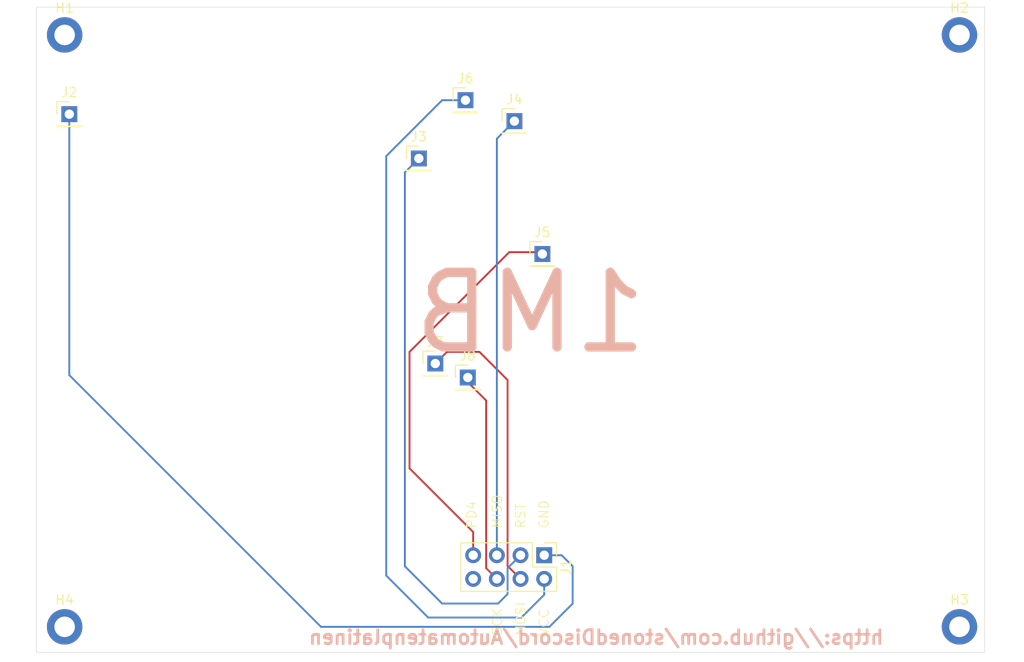
<source format=kicad_pcb>
(kicad_pcb (version 20240108) (generator "pcbnew") (generator_version "8.0")
  (layers (0 "F.Cu" signal) (31 "B.Cu" signal) (34 "B.Paste" user) (35 "F.Paste" user) (36 "B.SilkS" user "B.Silkscreen") (37 "F.SilkS" user "F.Silkscreen") (38 "B.Mask" user) (39 "F.Mask" user) (44 "Edge.Cuts" user))
  (net 0 "")
  (net 1 "Net-(J1-Pin_6)")
  (net 2 "Net-(J1-Pin_4)")
  (net 3 "Net-(J1-Pin_3)")
  (net 4 "/GND")
  (net 5 "Net-(J1-Pin_5)")
  (net 6 "Net-(J1-Pin_7)")
  (net 8 "Net-(J1-Pin_2)")
  (footprint "Connector_PinHeader_2.54mm:PinHeader_1x01_P2.54mm_Vertical" (layer "F.Cu") (at 142 72.75)
    (property "Reference" "J3" (at 0 -2.33 0) (layer "F.SilkS"))
    (property "Value" "Conn_01x01_Pin")
    (fp_line (start -1.33 -1.33) (end 0 -1.33) (stroke (width 0.12)) (layer "F.SilkS"))
    (fp_line (start -1.33 0) (end -1.33 -1.33) (stroke (width 0.12)) (layer "F.SilkS"))
    (fp_line (start -1.33 1.27) (end -1.33 1.33) (stroke (width 0.12)) (layer "F.SilkS"))
    (fp_line (start -1.33 1.27) (end 1.33 1.27) (stroke (width 0.12)) (layer "F.SilkS"))
    (fp_line (start -1.33 1.33) (end 1.33 1.33) (stroke (width 0.12)) (layer "F.SilkS"))
    (fp_line (start 1.33 1.27) (end 1.33 1.33) (stroke (width 0.12)) (layer "F.SilkS"))
    (pad "1" thru_hole rect (at 0 0) (size 1.7 1.7) (drill 1) (layers "*.Cu" "*.Mask") (net 3 "Net-(J1-Pin_3)"))
  )
  (footprint "Connector_PinHeader_2.54mm:PinHeader_1x01_P2.54mm_Vertical" (layer "F.Cu") (at 104.5 68)
    (property "Reference" "J2" (at 0 -2.33 0) (layer "F.SilkS"))
    (property "Value" "Conn_01x01_Pin")
    (fp_line (start -1.33 -1.33) (end 0 -1.33) (stroke (width 0.12)) (layer "F.SilkS"))
    (fp_line (start -1.33 0) (end -1.33 -1.33) (stroke (width 0.12)) (layer "F.SilkS"))
    (fp_line (start -1.33 1.27) (end -1.33 1.33) (stroke (width 0.12)) (layer "F.SilkS"))
    (fp_line (start -1.33 1.27) (end 1.33 1.27) (stroke (width 0.12)) (layer "F.SilkS"))
    (fp_line (start -1.33 1.33) (end 1.33 1.33) (stroke (width 0.12)) (layer "F.SilkS"))
    (fp_line (start 1.33 1.27) (end 1.33 1.33) (stroke (width 0.12)) (layer "F.SilkS"))
    (pad "1" thru_hole rect (at 0 0) (size 1.7 1.7) (drill 1) (layers "*.Cu" "*.Mask") (net 4 "/GND"))
  )
  (footprint "MountingHole:MountingHole_2.2mm_M2_DIN965_Pad" (layer "F.Cu") (at 104 123)
    (property "Reference" "H4" (at 0 -2.9 0) (layer "F.SilkS"))
    (property "Value" "MountingHole_Pad")
    (pad "1" thru_hole circle (at 0 0) (size 3.8 3.8) (drill 2.2) (layers "*.Cu" "*.Mask"))
  )
  (footprint "Connector_PinHeader_2.54mm:PinHeader_2x04_P2.54mm_Vertical" (layer "F.Cu") (at 155.448 115.316 -90)
    (property "Reference" "J1" (at 1.27 -2.33 90) (layer "F.SilkS"))
    (property "Value" "Conn_02x04_Odd_Even")
    (fp_line (start -1.33 8.95) (end 3.87 8.95) (stroke (width 0.12)) (layer "F.SilkS"))
    (fp_line (start -1.33 1.27) (end -1.33 8.95) (stroke (width 0.12)) (layer "F.SilkS"))
    (fp_line (start -1.33 1.27) (end 1.27 1.27) (stroke (width 0.12)) (layer "F.SilkS"))
    (fp_line (start 1.27 1.27) (end 1.27 -1.33) (stroke (width 0.12)) (layer "F.SilkS"))
    (fp_line (start -1.33 0) (end -1.33 -1.33) (stroke (width 0.12)) (layer "F.SilkS"))
    (fp_line (start -1.33 -1.33) (end 0 -1.33) (stroke (width 0.12)) (layer "F.SilkS"))
    (fp_line (start 1.27 -1.33) (end 3.87 -1.33) (stroke (width 0.12)) (layer "F.SilkS"))
    (fp_line (start 3.87 -1.33) (end 3.87 8.95) (stroke (width 0.12)) (layer "F.SilkS"))
    (pad "1" thru_hole rect (at 0 0 270) (size 1.7 1.7) (drill 1) (layers "*.Cu" "*.Mask") (net 4 "/GND"))
    (pad "2" thru_hole oval (at 2.54 0 270) (size 1.7 1.7) (drill 1) (layers "*.Cu" "*.Mask") (net 8 "Net-(J1-Pin_2)"))
    (pad "3" thru_hole oval (at 0 2.54 270) (size 1.7 1.7) (drill 1) (layers "*.Cu" "*.Mask") (net 3 "Net-(J1-Pin_3)"))
    (pad "4" thru_hole oval (at 2.54 2.54 270) (size 1.7 1.7) (drill 1) (layers "*.Cu" "*.Mask") (net 2 "Net-(J1-Pin_4)"))
    (pad "5" thru_hole oval (at 0 5.08 270) (size 1.7 1.7) (drill 1) (layers "*.Cu" "*.Mask") (net 5 "Net-(J1-Pin_5)"))
    (pad "6" thru_hole oval (at 2.54 5.08 270) (size 1.7 1.7) (drill 1) (layers "*.Cu" "*.Mask") (net 1 "Net-(J1-Pin_6)"))
    (pad "7" thru_hole oval (at 0 7.62 270) (size 1.7 1.7) (drill 1) (layers "*.Cu" "*.Mask") (net 6 "Net-(J1-Pin_7)"))
    (pad "8" thru_hole oval (at 2.54 7.62 270) (size 1.7 1.7) (drill 1) (layers "*.Cu" "*.Mask"))
  )
  (footprint "MountingHole:MountingHole_2.2mm_M2_DIN965_Pad" (layer "F.Cu") (at 200 123)
    (property "Reference" "H3" (at 0 -2.9 0) (layer "F.SilkS"))
    (property "Value" "MountingHole_Pad")
    (pad "1" thru_hole circle (at 0 0) (size 3.8 3.8) (drill 2.2) (layers "*.Cu" "*.Mask"))
  )
  (footprint "MountingHole:MountingHole_2.2mm_M2_DIN965_Pad" (layer "F.Cu") (at 200 59.5)
    (property "Reference" "H2" (at 0 -2.9 0) (layer "F.SilkS"))
    (property "Value" "MountingHole_Pad")
    (pad "1" thru_hole circle (at 0 0) (size 3.8 3.8) (drill 2.2) (layers "*.Cu" "*.Mask"))
  )
  (footprint "Connector_PinHeader_2.54mm:PinHeader_1x01_P2.54mm_Vertical" (layer "F.Cu") (at 152.25 68.75)
    (property "Reference" "J4" (at 0 -2.33 0) (layer "F.SilkS"))
    (property "Value" "Conn_01x01_Pin")
    (fp_line (start -1.33 -1.33) (end 0 -1.33) (stroke (width 0.12)) (layer "F.SilkS"))
    (fp_line (start -1.33 0) (end -1.33 -1.33) (stroke (width 0.12)) (layer "F.SilkS"))
    (fp_line (start -1.33 1.27) (end -1.33 1.33) (stroke (width 0.12)) (layer "F.SilkS"))
    (fp_line (start -1.33 1.27) (end 1.33 1.27) (stroke (width 0.12)) (layer "F.SilkS"))
    (fp_line (start -1.33 1.33) (end 1.33 1.33) (stroke (width 0.12)) (layer "F.SilkS"))
    (fp_line (start 1.33 1.27) (end 1.33 1.33) (stroke (width 0.12)) (layer "F.SilkS"))
    (pad "1" thru_hole rect (at 0 0) (size 1.7 1.7) (drill 1) (layers "*.Cu" "*.Mask") (net 5 "Net-(J1-Pin_5)"))
  )
  (footprint "Connector_PinHeader_2.54mm:PinHeader_1x01_P2.54mm_Vertical" (layer "F.Cu") (at 147 66.5)
    (property "Reference" "J6" (at 0 -2.33 0) (layer "F.SilkS"))
    (property "Value" "Conn_01x01_Pin")
    (fp_line (start -1.33 -1.33) (end 0 -1.33) (stroke (width 0.12)) (layer "F.SilkS"))
    (fp_line (start -1.33 0) (end -1.33 -1.33) (stroke (width 0.12)) (layer "F.SilkS"))
    (fp_line (start -1.33 1.27) (end -1.33 1.33) (stroke (width 0.12)) (layer "F.SilkS"))
    (fp_line (start -1.33 1.27) (end 1.33 1.27) (stroke (width 0.12)) (layer "F.SilkS"))
    (fp_line (start -1.33 1.33) (end 1.33 1.33) (stroke (width 0.12)) (layer "F.SilkS"))
    (fp_line (start 1.33 1.27) (end 1.33 1.33) (stroke (width 0.12)) (layer "F.SilkS"))
    (pad "1" thru_hole rect (at 0 0) (size 1.7 1.7) (drill 1) (layers "*.Cu" "*.Mask") (net 8 "Net-(J1-Pin_2)"))
  )
  (footprint "MountingHole:MountingHole_2.2mm_M2_DIN965_Pad" (layer "F.Cu") (at 104 59.5)
    (property "Reference" "H1" (at 0 -2.9 0) (layer "F.SilkS"))
    (property "Value" "MountingHole_Pad")
    (pad "1" thru_hole circle (at 0 0) (size 3.8 3.8) (drill 2.2) (layers "*.Cu" "*.Mask"))
  )
  (footprint "Connector_PinHeader_2.54mm:PinHeader_1x01_P2.54mm_Vertical" (layer "F.Cu") (at 155.25 83)
    (property "Reference" "J5" (at 0 -2.33 0) (layer "F.SilkS"))
    (property "Value" "Conn_01x01_Pin")
    (fp_line (start -1.33 -1.33) (end 0 -1.33) (stroke (width 0.12)) (layer "F.SilkS"))
    (fp_line (start -1.33 0) (end -1.33 -1.33) (stroke (width 0.12)) (layer "F.SilkS"))
    (fp_line (start -1.33 1.27) (end -1.33 1.33) (stroke (width 0.12)) (layer "F.SilkS"))
    (fp_line (start -1.33 1.27) (end 1.33 1.27) (stroke (width 0.12)) (layer "F.SilkS"))
    (fp_line (start -1.33 1.33) (end 1.33 1.33) (stroke (width 0.12)) (layer "F.SilkS"))
    (fp_line (start 1.33 1.27) (end 1.33 1.33) (stroke (width 0.12)) (layer "F.SilkS"))
    (pad "1" thru_hole rect (at 0 0) (size 1.7 1.7) (drill 1) (layers "*.Cu" "*.Mask") (net 6 "Net-(J1-Pin_7)"))
  )
  (footprint "Connector_PinHeader_2.54mm:PinHeader_1x01_P2.54mm_Vertical" (layer "F.Cu") (at 147.25 96.25)
    (property "Reference" "J8" (at 0 -2.33 0) (layer "F.SilkS"))
    (property "Value" "Conn_01x01_Pin")
    (fp_line (start -1.33 -1.33) (end 0 -1.33) (stroke (width 0.12)) (layer "F.SilkS"))
    (fp_line (start -1.33 0) (end -1.33 -1.33) (stroke (width 0.12)) (layer "F.SilkS"))
    (fp_line (start -1.33 1.27) (end -1.33 1.33) (stroke (width 0.12)) (layer "F.SilkS"))
    (fp_line (start -1.33 1.27) (end 1.33 1.27) (stroke (width 0.12)) (layer "F.SilkS"))
    (fp_line (start -1.33 1.33) (end 1.33 1.33) (stroke (width 0.12)) (layer "F.SilkS"))
    (fp_line (start 1.33 1.27) (end 1.33 1.33) (stroke (width 0.12)) (layer "F.SilkS"))
    (pad "1" thru_hole rect (at 0 0) (size 1.7 1.7) (drill 1) (layers "*.Cu" "*.Mask") (net 1 "Net-(J1-Pin_6)"))
  )
  (footprint "Connector_PinHeader_2.54mm:PinHeader_1x01_P2.54mm_Vertical" (layer "F.Cu") (at 143.764 94.75)
    (property "Reference" "J7" (at 0 -2.33 0) (layer "F.SilkS"))
    (property "Value" "Conn_01x01_Pin")
    (fp_line (start -1.33 -1.33) (end 0 -1.33) (stroke (width 0.12)) (layer "F.SilkS"))
    (fp_line (start -1.33 0) (end -1.33 -1.33) (stroke (width 0.12)) (layer "F.SilkS"))
    (fp_line (start -1.33 1.27) (end -1.33 1.33) (stroke (width 0.12)) (layer "F.SilkS"))
    (fp_line (start -1.33 1.27) (end 1.33 1.27) (stroke (width 0.12)) (layer "F.SilkS"))
    (fp_line (start -1.33 1.33) (end 1.33 1.33) (stroke (width 0.12)) (layer "F.SilkS"))
    (fp_line (start 1.33 1.27) (end 1.33 1.33) (stroke (width 0.12)) (layer "F.SilkS"))
    (pad "1" thru_hole rect (at 0 0) (size 1.7 1.7) (drill 1) (layers "*.Cu" "*.Mask") (net 2 "Net-(J1-Pin_4)"))
  )
  (gr_rect (start 100.965 56.515) (end 202.7 125.73) (stroke (width 0.05)) (fill none) (layer "Edge.Cuts"))
  (gr_text "1MB" (at 167 94 0) (layer "B.SilkS") (effects (font (size 8 8) (thickness 1)) (justify left bottom mirror)))
  (gr_text "https://github.com/stonedDiscord/Automatenplatinen" (at 192 125 0) (layer "B.SilkS") (effects (font (size 1.5 1.5) (thickness 0.3) (bold yes)) (justify left bottom mirror)))
  (gr_text "MISO" (at 151 112.5 90) (layer "F.SilkS") (effects (font (size 1 1) (thickness 0.1)) (justify left bottom)))
  (gr_text "SCK" (at 151 124 90) (layer "F.SilkS") (effects (font (size 1 1) (thickness 0.1)) (justify left bottom)))
  (gr_text "VCC" (at 156 124 90) (layer "F.SilkS") (effects (font (size 1 1) (thickness 0.1)) (justify left bottom)))
  (gr_text "PD4" (at 148.25 112.5 90) (layer "F.SilkS") (effects (font (size 1 1) (thickness 0.1)) (justify left bottom)))
  (gr_text "MOSI" (at 153.5 124 90) (layer "F.SilkS") (effects (font (size 1 1) (thickness 0.1)) (justify left bottom)))
  (gr_text "GND" (at 156 112.5 90) (layer "F.SilkS") (effects (font (size 1 1) (thickness 0.1)) (justify left bottom)))
  (gr_text "RST" (at 153.5 112.5 90) (layer "F.SilkS") (effects (font (size 1 1) (thickness 0.1)) (justify left bottom)))
  (segment (start 150.368 117.856) (end 149.218 116.706) (width 0.2) (layer "F.Cu") (net 1))
  (segment (start 147.25 96.75) (end 147.25 96.25) (width 0.2) (layer "F.Cu") (net 1))
  (segment (start 149.218 116.706) (end 149.218 98.718) (width 0.2) (layer "F.Cu") (net 1))
  (segment (start 149.218 98.718) (end 147.25 96.75) (width 0.2) (layer "F.Cu") (net 1))
  (segment (start 151.518 96.518) (end 148.5 93.5) (width 0.2) (layer "F.Cu") (net 2))
  (segment (start 151.518 116.466) (end 151.518 96.518) (width 0.2) (layer "F.Cu") (net 2))
  (segment (start 152.908 117.856) (end 151.518 116.466) (width 0.2) (layer "F.Cu") (net 2))
  (segment (start 145.014 93.5) (end 143.764 94.75) (width 0.2) (layer "F.Cu") (net 2))
  (segment (start 148.5 93.5) (end 145.014 93.5) (width 0.2) (layer "F.Cu") (net 2))
  (segment (start 144.5 120.5) (end 140.5 116.5) (width 0.2) (layer "B.Cu") (net 3))
  (segment (start 140.5 116.5) (end 140.5 74.25) (width 0.2) (layer "B.Cu") (net 3))
  (segment (start 151.518 116.706) (end 151.518 119.482) (width 0.2) (layer "B.Cu") (net 3))
  (segment (start 152.908 115.316) (end 151.518 116.706) (width 0.2) (layer "B.Cu") (net 3))
  (segment (start 140.5 74.25) (end 142 72.75) (width 0.2) (layer "B.Cu") (net 3))
  (segment (start 150.5 120.5) (end 144.5 120.5) (width 0.2) (layer "B.Cu") (net 3))
  (segment (start 151.518 119.482) (end 150.5 120.5) (width 0.2) (layer "B.Cu") (net 3))
  (segment (start 158.5 120.5) (end 158.5 116.5) (width 0.2) (layer "B.Cu") (net 4))
  (segment (start 156 123) (end 158.5 120.5) (width 0.2) (layer "B.Cu") (net 4))
  (segment (start 131.5 123) (end 156 123) (width 0.2) (layer "B.Cu") (net 4))
  (segment (start 157.316 115.316) (end 155.448 115.316) (width 0.2) (layer "B.Cu") (net 4))
  (segment (start 158.5 116.5) (end 157.316 115.316) (width 0.2) (layer "B.Cu") (net 4))
  (segment (start 104.5 96) (end 131.5 123) (width 0.2) (layer "B.Cu") (net 4))
  (segment (start 104.5 68) (end 104.5 96) (width 0.2) (layer "B.Cu") (net 4))
  (segment (start 150.368 70.632) (end 152.25 68.75) (width 0.2) (layer "B.Cu") (net 5))
  (segment (start 150.368 115.316) (end 150.368 70.632) (width 0.2) (layer "B.Cu") (net 5))
  (segment (start 147.828 112.828) (end 141 106) (width 0.2) (layer "F.Cu") (net 6))
  (segment (start 151.696 82.804) (end 155.054 82.804) (width 0.2) (layer "F.Cu") (net 6))
  (segment (start 141 106) (end 141 93.5) (width 0.2) (layer "F.Cu") (net 6))
  (segment (start 141 93.5) (end 151.696 82.804) (width 0.2) (layer "F.Cu") (net 6))
  (segment (start 147.828 115.316) (end 147.828 112.828) (width 0.2) (layer "F.Cu") (net 6))
  (segment (start 155.054 82.804) (end 155.25 83) (width 0.2) (layer "F.Cu") (net 6))
  (segment (start 143 122) (end 153 122) (width 0.2) (layer "B.Cu") (net 8))
  (segment (start 153 122) (end 155.448 119.552) (width 0.2) (layer "B.Cu") (net 8))
  (segment (start 144.5 66.5) (end 138.5 72.5) (width 0.2) (layer "B.Cu") (net 8))
  (segment (start 155.448 119.552) (end 155.448 117.856) (width 0.2) (layer "B.Cu") (net 8))
  (segment (start 147 66.5) (end 144.5 66.5) (width 0.2) (layer "B.Cu") (net 8))
  (segment (start 138.5 72.5) (end 138.5 117.5) (width 0.2) (layer "B.Cu") (net 8))
  (segment (start 138.5 117.5) (end 143 122) (width 0.2) (layer "B.Cu") (net 8))
)
</source>
